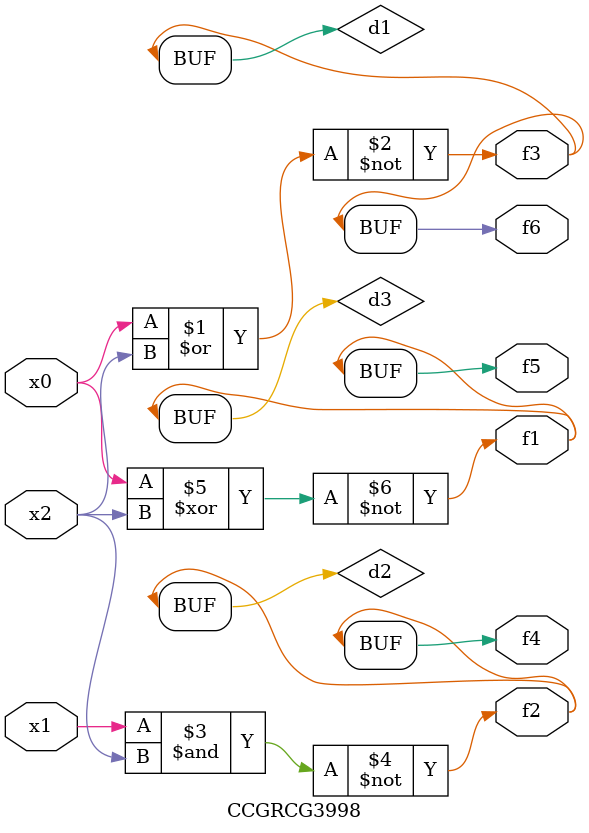
<source format=v>
module CCGRCG3998(
	input x0, x1, x2,
	output f1, f2, f3, f4, f5, f6
);

	wire d1, d2, d3;

	nor (d1, x0, x2);
	nand (d2, x1, x2);
	xnor (d3, x0, x2);
	assign f1 = d3;
	assign f2 = d2;
	assign f3 = d1;
	assign f4 = d2;
	assign f5 = d3;
	assign f6 = d1;
endmodule

</source>
